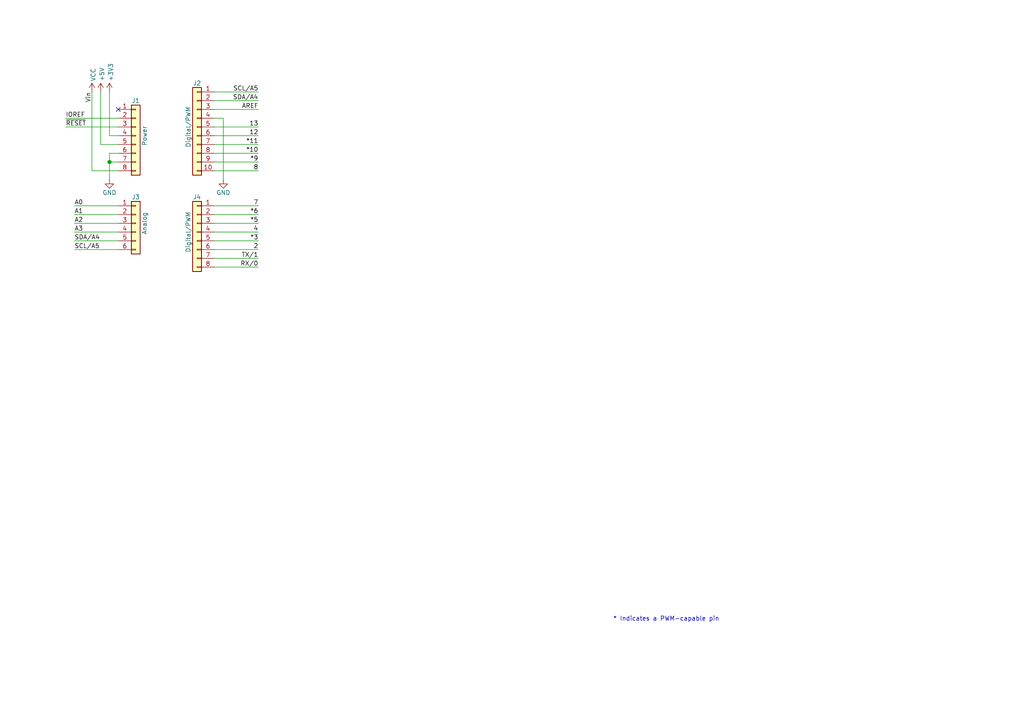
<source format=kicad_sch>
(kicad_sch (version 20221206) (generator eeschema)
  (paper "A4")
  (title_block (date "mar. 31 mars 2015"))
  (lib_symbols
    (symbol "Connector_Generic:Conn_01x06" (pin_names (offset 1.016) hide)
      (property "Reference" "J" (at 0 7.62 0))
      (property "Value" "Conn_01x06" (at 0 -10.16 0))
      (symbol "Conn_01x06_1_1"
        (rectangle (start -1.27 -7.493) (end 0 -7.747) (stroke (width 0.1524)))
        (rectangle (start -1.27 -4.953) (end 0 -5.207) (stroke (width 0.1524)))
        (rectangle (start -1.27 -2.413) (end 0 -2.667) (stroke (width 0.1524)))
        (rectangle (start -1.27 0.127) (end 0 -0.127) (stroke (width 0.1524)))
        (rectangle (start -1.27 2.667) (end 0 2.413) (stroke (width 0.1524)))
        (rectangle (start -1.27 5.207) (end 0 4.953) (stroke (width 0.1524)))
        (rectangle (start -1.27 6.35) (end 1.27 -8.89) (stroke (width 0.254)) (fill (type background)))
        (pin passive line (at -5.08 5.08 0) (length 3.81) (name "Pin_1") (number "1"))
        (pin passive line (at -5.08 2.54 0) (length 3.81) (name "Pin_2") (number "2"))
        (pin passive line (at -5.08 0 0) (length 3.81) (name "Pin_3") (number "3"))
        (pin passive line (at -5.08 -2.54 0) (length 3.81) (name "Pin_4") (number "4"))
        (pin passive line (at -5.08 -5.08 0) (length 3.81) (name "Pin_5") (number "5"))
        (pin passive line (at -5.08 -7.62 0) (length 3.81) (name "Pin_6") (number "6"))
      )
    )
    (symbol "Connector_Generic:Conn_01x08" (pin_names (offset 1.016) hide)
      (property "Reference" "J" (at 0 10.16 0))
      (property "Value" "Conn_01x08" (at 0 -12.7 0))
      (symbol "Conn_01x08_1_1"
        (rectangle (start -1.27 -10.033) (end 0 -10.287) (stroke (width 0.1524)))
        (rectangle (start -1.27 -7.493) (end 0 -7.747) (stroke (width 0.1524)))
        (rectangle (start -1.27 -4.953) (end 0 -5.207) (stroke (width 0.1524)))
        (rectangle (start -1.27 -2.413) (end 0 -2.667) (stroke (width 0.1524)))
        (rectangle (start -1.27 0.127) (end 0 -0.127) (stroke (width 0.1524)))
        (rectangle (start -1.27 2.667) (end 0 2.413) (stroke (width 0.1524)))
        (rectangle (start -1.27 5.207) (end 0 4.953) (stroke (width 0.1524)))
        (rectangle (start -1.27 7.747) (end 0 7.493) (stroke (width 0.1524)))
        (rectangle (start -1.27 8.89) (end 1.27 -11.43) (stroke (width 0.254)) (fill (type background)))
        (pin passive line (at -5.08 7.62 0) (length 3.81) (name "Pin_1") (number "1"))
        (pin passive line (at -5.08 5.08 0) (length 3.81) (name "Pin_2") (number "2"))
        (pin passive line (at -5.08 2.54 0) (length 3.81) (name "Pin_3") (number "3"))
        (pin passive line (at -5.08 0 0) (length 3.81) (name "Pin_4") (number "4"))
        (pin passive line (at -5.08 -2.54 0) (length 3.81) (name "Pin_5") (number "5"))
        (pin passive line (at -5.08 -5.08 0) (length 3.81) (name "Pin_6") (number "6"))
        (pin passive line (at -5.08 -7.62 0) (length 3.81) (name "Pin_7") (number "7"))
        (pin passive line (at -5.08 -10.16 0) (length 3.81) (name "Pin_8") (number "8"))
      )
    )
    (symbol "Connector_Generic:Conn_01x10" (pin_names (offset 1.016) hide)
      (property "Reference" "J" (at 0 12.7 0))
      (property "Value" "Conn_01x10" (at 0 -15.24 0))
      (symbol "Conn_01x10_1_1"
        (rectangle (start -1.27 -12.573) (end 0 -12.827) (stroke (width 0.1524)))
        (rectangle (start -1.27 -10.033) (end 0 -10.287) (stroke (width 0.1524)))
        (rectangle (start -1.27 -7.493) (end 0 -7.747) (stroke (width 0.1524)))
        (rectangle (start -1.27 -4.953) (end 0 -5.207) (stroke (width 0.1524)))
        (rectangle (start -1.27 -2.413) (end 0 -2.667) (stroke (width 0.1524)))
        (rectangle (start -1.27 0.127) (end 0 -0.127) (stroke (width 0.1524)))
        (rectangle (start -1.27 2.667) (end 0 2.413) (stroke (width 0.1524)))
        (rectangle (start -1.27 5.207) (end 0 4.953) (stroke (width 0.1524)))
        (rectangle (start -1.27 7.747) (end 0 7.493) (stroke (width 0.1524)))
        (rectangle (start -1.27 10.287) (end 0 10.033) (stroke (width 0.1524)))
        (rectangle (start -1.27 11.43) (end 1.27 -13.97) (stroke (width 0.254)) (fill (type background)))
        (pin passive line (at -5.08 10.16 0) (length 3.81) (name "Pin_1") (number "1"))
        (pin passive line (at -5.08 -12.7 0) (length 3.81) (name "Pin_10") (number "10"))
        (pin passive line (at -5.08 7.62 0) (length 3.81) (name "Pin_2") (number "2"))
        (pin passive line (at -5.08 5.08 0) (length 3.81) (name "Pin_3") (number "3"))
        (pin passive line (at -5.08 2.54 0) (length 3.81) (name "Pin_4") (number "4"))
        (pin passive line (at -5.08 0 0) (length 3.81) (name "Pin_5") (number "5"))
        (pin passive line (at -5.08 -2.54 0) (length 3.81) (name "Pin_6") (number "6"))
        (pin passive line (at -5.08 -5.08 0) (length 3.81) (name "Pin_7") (number "7"))
        (pin passive line (at -5.08 -7.62 0) (length 3.81) (name "Pin_8") (number "8"))
        (pin passive line (at -5.08 -10.16 0) (length 3.81) (name "Pin_9") (number "9"))
      )
    )
    (symbol "power:+3V3" (power) (pin_names (offset 0))
      (property "Value" "+3V3" (at 0 3.556 0))
      (symbol "+3V3_0_1"
        (polyline (pts (xy -0.762 1.27) (xy 0 2.54)))
        (polyline (pts (xy 0 0) (xy 0 2.54)))
        (polyline (pts (xy 0 2.54) (xy 0.762 1.27)))
      )
      (symbol "+3V3_1_1"
        (pin power_in line (at 0 0 90) (length 0) hide (name "+3V3") (number "1"))
      )
    )
    (symbol "power:+5V" (power) (pin_names (offset 0))
      (property "Value" "+5V" (at 0 3.556 0))
      (symbol "+5V_0_1"
        (polyline (pts (xy -0.762 1.27) (xy 0 2.54)))
        (polyline (pts (xy 0 0) (xy 0 2.54)))
        (polyline (pts (xy 0 2.54) (xy 0.762 1.27)))
      )
      (symbol "+5V_1_1"
        (pin power_in line (at 0 0 90) (length 0) hide (name "+5V") (number "1"))
      )
    )
    (symbol "power:GND" (power) (pin_names (offset 0))
      (property "Value" "GND" (at 0 -3.81 0))
      (symbol "GND_0_1"
        (polyline (pts (xy 0 0) (xy 0 -1.27) (xy 1.27 -1.27) (xy 0 -2.54) (xy -1.27 -1.27) (xy 0 -1.27)))
      )
      (symbol "GND_1_1"
        (pin power_in line (at 0 0 270) (length 0) hide (name "GND") (number "1"))
      )
    )
    (symbol "power:VCC" (power) (pin_names (offset 0))
      (property "Value" "VCC" (at 0 3.81 0))
      (symbol "VCC_0_1"
        (polyline (pts (xy -0.762 1.27) (xy 0 2.54)))
        (polyline (pts (xy 0 0) (xy 0 2.54)))
        (polyline (pts (xy 0 2.54) (xy 0.762 1.27)))
      )
      (symbol "VCC_1_1"
        (pin power_in line (at 0 0 90) (length 0) hide (name "VCC") (number "1"))
      )
    )
  )
  (junction (at 31.75 46.99) (diameter 1.016))
  (no_connect (at 34.29 31.75))
  (wire (pts (xy 62.23 77.47) (xy 74.93 77.47)))
  (wire (pts (xy 62.23 44.45) (xy 74.93 44.45)))
  (wire (pts (xy 62.23 26.67) (xy 74.93 26.67)))
  (wire (pts (xy 31.75 44.45) (xy 31.75 46.99)))
  (wire (pts (xy 21.59 72.39) (xy 34.29 72.39)))
  (wire (pts (xy 31.75 46.99) (xy 31.75 52.07)))
  (wire (pts (xy 31.75 39.37) (xy 34.29 39.37)))
  (wire (pts (xy 29.21 41.91) (xy 34.29 41.91)))
  (wire (pts (xy 29.21 26.67) (xy 29.21 41.91)))
  (wire (pts (xy 62.23 36.83) (xy 74.93 36.83)))
  (wire (pts (xy 31.75 26.67) (xy 31.75 39.37)))
  (wire (pts (xy 62.23 59.69) (xy 74.93 59.69)))
  (wire (pts (xy 34.29 59.69) (xy 21.59 59.69)))
  (wire (pts (xy 62.23 39.37) (xy 74.93 39.37)))
  (wire (pts (xy 62.23 62.23) (xy 74.93 62.23)))
  (wire (pts (xy 62.23 46.99) (xy 74.93 46.99)))
  (wire (pts (xy 62.23 67.31) (xy 74.93 67.31)))
  (wire (pts (xy 19.05 34.29) (xy 34.29 34.29)))
  (wire (pts (xy 64.77 34.29) (xy 64.77 52.07)))
  (wire (pts (xy 62.23 31.75) (xy 74.93 31.75)))
  (wire (pts (xy 34.29 64.77) (xy 21.59 64.77)))
  (wire (pts (xy 19.05 36.83) (xy 34.29 36.83)))
  (wire (pts (xy 34.29 46.99) (xy 31.75 46.99)))
  (wire (pts (xy 34.29 49.53) (xy 26.67 49.53)))
  (wire (pts (xy 21.59 62.23) (xy 34.29 62.23)))
  (wire (pts (xy 62.23 34.29) (xy 64.77 34.29)))
  (wire (pts (xy 34.29 44.45) (xy 31.75 44.45)))
  (wire (pts (xy 62.23 41.91) (xy 74.93 41.91)))
  (wire (pts (xy 62.23 64.77) (xy 74.93 64.77)))
  (wire (pts (xy 21.59 67.31) (xy 34.29 67.31)))
  (wire (pts (xy 62.23 29.21) (xy 74.93 29.21)))
  (wire (pts (xy 62.23 72.39) (xy 74.93 72.39)))
  (wire (pts (xy 62.23 69.85) (xy 74.93 69.85)))
  (wire (pts (xy 62.23 74.93) (xy 74.93 74.93)))
  (wire (pts (xy 26.67 49.53) (xy 26.67 26.67)))
  (wire (pts (xy 34.29 69.85) (xy 21.59 69.85)))
  (wire (pts (xy 62.23 49.53) (xy 74.93 49.53)))
  (text "* Indicates a PWM-capable pin" (at 177.8 180.34 0) (effects (font (size 1.27 1.27)) (justify left bottom)))
  (label "RX{slash}0" (at 74.93 77.47 180))
  (label "A2" (at 21.59 64.77 0))
  (label "4" (at 74.93 67.31 180))
  (label "2" (at 74.93 72.39 180))
  (label "A3" (at 21.59 67.31 0))
  (label "13" (at 74.93 36.83 180))
  (label "12" (at 74.93 39.37 180))
  (label "~{RESET}" (at 19.05 36.83 0))
  (label "*10" (at 74.93 44.45 180))
  (label "7" (at 74.93 59.69 180))
  (label "SDA{slash}A4" (at 74.93 29.21 180))
  (label "8" (at 74.93 49.53 180))
  (label "*11" (at 74.93 41.91 180))
  (label "*3" (at 74.93 69.85 180))
  (label "A1" (at 21.59 62.23 0))
  (label "TX{slash}1" (at 74.93 74.93 180))
  (label "A0" (at 21.59 59.69 0))
  (label "AREF" (at 74.93 31.75 180))
  (label "Vin" (at 26.67 26.67 270))
  (label "*6" (at 74.93 62.23 180))
  (label "SCL{slash}A5" (at 74.93 26.67 180))
  (label "*9" (at 74.93 46.99 180))
  (label "*5" (at 74.93 64.77 180))
  (label "IOREF" (at 19.05 34.29 0))
  (label "SDA{slash}A4" (at 21.59 69.85 0))
  (label "SCL{slash}A5" (at 21.59 72.39 0))
  (symbol (lib_id "Connector_Generic:Conn_01x08") (at 39.37 39.37 0) (unit 1)
    (property "Reference" "J1" (at 39.37 29.21 0))
    (property "Value" "Power" (at 41.91 39.37 90))
    (property "Footprint" "Connector_PinSocket_2.54mm:PinSocket_1x08_P2.54mm_Vertical" (effects hide))
  )
  (symbol (lib_id "power:+3V3") (at 31.75 26.67 0) (unit 1)
    (property "Reference" "#PWR03" (effects hide))
    (property "Value" "+3.3V" (at 32.131 23.622 90) (effects (justify left)))
  )
  (symbol (lib_id "power:+5V") (at 29.21 26.67 0) (unit 1)
    (property "Reference" "#PWR02" (effects hide))
    (property "Value" "+5V" (at 29.5656 23.622 90) (effects (justify left)))
  )
  (symbol (lib_id "power:GND") (at 31.75 52.07 0) (unit 1)
    (property "Reference" "#PWR04" (effects hide))
    (property "Value" "GND" (at 31.75 55.88 0))
  )
  (symbol (lib_id "Connector_Generic:Conn_01x10") (at 57.15 36.83 0) (mirror y) (unit 1)
    (property "Reference" "J2" (at 57.15 24.13 0))
    (property "Value" "Digital/PWM" (at 54.61 36.83 90))
    (property "Footprint" "Connector_PinSocket_2.54mm:PinSocket_1x10_P2.54mm_Vertical" (effects hide))
  )
  (symbol (lib_id "power:GND") (at 64.77 52.07 0) (unit 1)
    (property "Reference" "#PWR05" (effects hide))
    (property "Value" "GND" (at 64.77 55.88 0))
  )
  (symbol (lib_id "Connector_Generic:Conn_01x06") (at 39.37 64.77 0) (unit 1)
    (property "Reference" "J3" (at 39.37 57.15 0))
    (property "Value" "Analog" (at 41.91 64.77 90))
    (property "Footprint" "Connector_PinSocket_2.54mm:PinSocket_1x06_P2.54mm_Vertical" (effects hide))
  )
  (symbol (lib_id "Connector_Generic:Conn_01x08") (at 57.15 67.31 0) (mirror y) (unit 1)
    (property "Reference" "J4" (at 57.15 57.15 0))
    (property "Value" "Digital/PWM" (at 54.61 67.31 90))
    (property "Footprint" "Connector_PinSocket_2.54mm:PinSocket_1x08_P2.54mm_Vertical" (effects hide))
  )
  (symbol (lib_id "power:VCC") (at 26.67 26.67 0) (unit 1)
    (property "Reference" "#PWR01" (effects hide))
    (property "Value" "VCC" (at 27.051 23.622 90) (effects (justify left)))
  )
)
</source>
